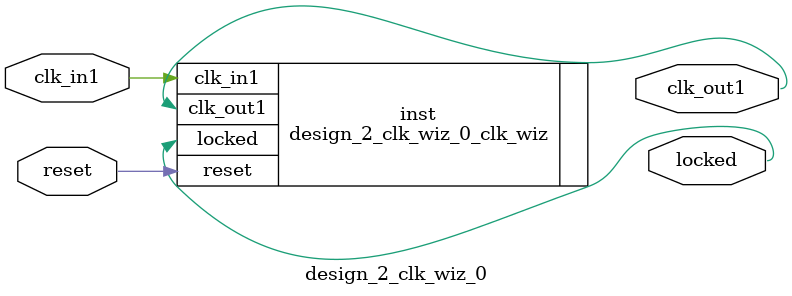
<source format=v>


`timescale 1ps/1ps

(* CORE_GENERATION_INFO = "design_2_clk_wiz_0,clk_wiz_v6_0_12_0_0,{component_name=design_2_clk_wiz_0,use_phase_alignment=true,use_min_o_jitter=false,use_max_i_jitter=false,use_dyn_phase_shift=false,use_inclk_switchover=false,use_dyn_reconfig=false,enable_axi=0,feedback_source=FDBK_AUTO,PRIMITIVE=MMCM,num_out_clk=1,clkin1_period=8.000,clkin2_period=10.000,use_power_down=false,use_reset=true,use_locked=true,use_inclk_stopped=false,feedback_type=SINGLE,CLOCK_MGR_TYPE=NA,manual_override=false}" *)

module design_2_clk_wiz_0 
 (
  // Clock out ports
  output        clk_out1,
  // Status and control signals
  input         reset,
  output        locked,
 // Clock in ports
  input         clk_in1
 );

  design_2_clk_wiz_0_clk_wiz inst
  (
  // Clock out ports  
  .clk_out1(clk_out1),
  // Status and control signals               
  .reset(reset), 
  .locked(locked),
 // Clock in ports
  .clk_in1(clk_in1)
  );

endmodule

</source>
